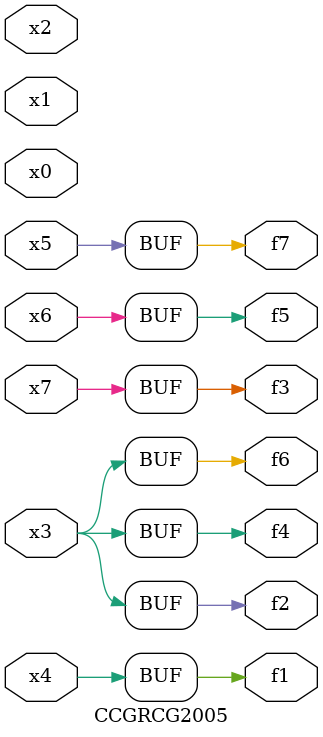
<source format=v>
module CCGRCG2005(
	input x0, x1, x2, x3, x4, x5, x6, x7,
	output f1, f2, f3, f4, f5, f6, f7
);
	assign f1 = x4;
	assign f2 = x3;
	assign f3 = x7;
	assign f4 = x3;
	assign f5 = x6;
	assign f6 = x3;
	assign f7 = x5;
endmodule

</source>
